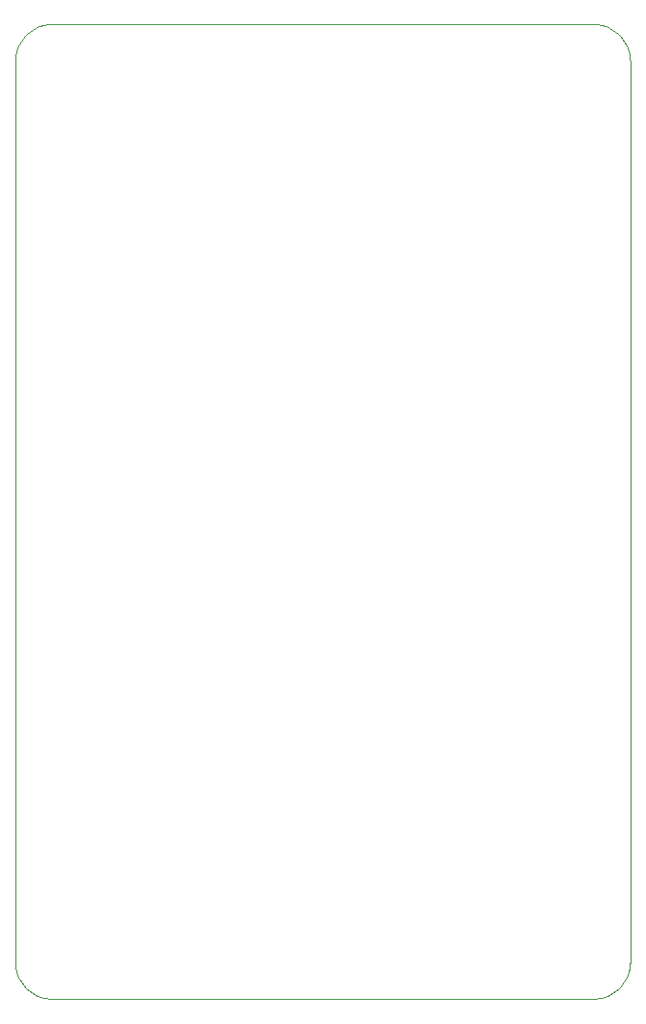
<source format=gbr>
%TF.GenerationSoftware,KiCad,Pcbnew,(5.1.9)-1*%
%TF.CreationDate,2021-05-10T22:24:52+08:00*%
%TF.ProjectId,MultiMifare,4d756c74-694d-4696-9661-72652e6b6963,rev?*%
%TF.SameCoordinates,Original*%
%TF.FileFunction,Profile,NP*%
%FSLAX46Y46*%
G04 Gerber Fmt 4.6, Leading zero omitted, Abs format (unit mm)*
G04 Created by KiCad (PCBNEW (5.1.9)-1) date 2021-05-10 22:24:52*
%MOMM*%
%LPD*%
G01*
G04 APERTURE LIST*
%TA.AperFunction,Profile*%
%ADD10C,0.050000*%
%TD*%
G04 APERTURE END LIST*
D10*
X128290000Y-140580000D02*
G75*
G02*
X125110000Y-137400000I0J3180000D01*
G01*
X179090000Y-137400000D02*
G75*
G02*
X175910000Y-140580000I-3180000J0D01*
G01*
X125110000Y-58160000D02*
G75*
G02*
X128290000Y-54980000I3180000J0D01*
G01*
X175910000Y-54980000D02*
G75*
G02*
X179090000Y-58160000I0J-3180000D01*
G01*
X125110000Y-137400000D02*
X125110000Y-58160000D01*
X175910000Y-140580000D02*
X128290000Y-140580000D01*
X179090000Y-58160000D02*
X179090000Y-137400000D01*
X128290000Y-54980000D02*
X175910000Y-54980000D01*
M02*

</source>
